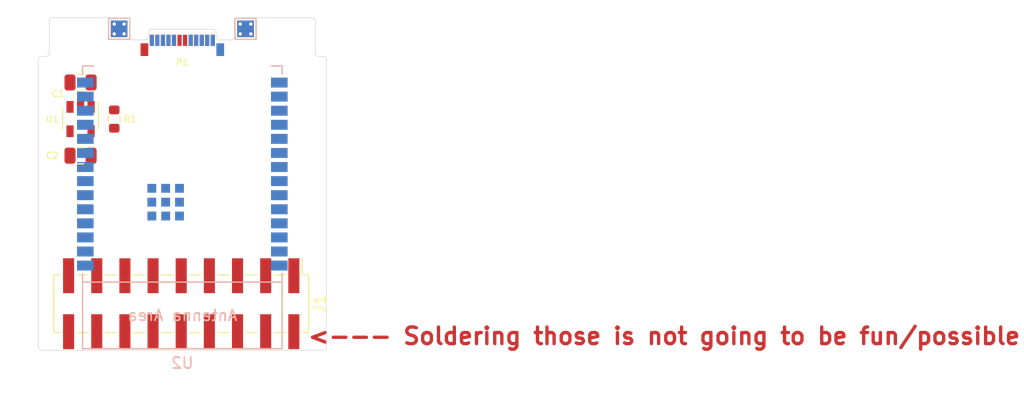
<source format=kicad_pcb>
(kicad_pcb (version 20240108) (generator "pcbnew") (generator_version "8.0")
  (title_block (title "Expansion Card Template") (rev "X1") (company "Framework") (comment 1 "This work is licensed under a Creative Commons Attribution 4.0 International License") (comment 4 "https://frame.work"))
  (layers (0 "F.Cu" signal) (31 "B.Cu" signal) (34 "B.Paste" user) (35 "F.Paste" user) (36 "B.SilkS" user "B.Silkscreen") (37 "F.SilkS" user "F.Silkscreen") (38 "B.Mask" user) (39 "F.Mask" user) (44 "Edge.Cuts" user))
  (net 0 "")
  (net 1 "GND")
  (net 2 "+3V3")
  (net 3 "VBUS")
  (net 4 "/USB_DP")
  (net 5 "Net-(P1-CC)")
  (net 7 "/USB_DN")
  (net 9 "Net-(U2-GND-Pad1)")
  (footprint "Package_TO_SOT_SMD:SOT-23-5" (layer "F.Cu") (at 130.818 136.144 -90)
    (property "Reference" "U1" (at 0 2.54 180) (layer "F.SilkS") (effects (font (size 0.5842 0.5842) (thickness 0.1016))))
    (property "Value" "AP2112K-3.3")
    (fp_line (start -0.9 1.61) (end 0.9 1.61) (stroke (width 0.12)) (layer "F.SilkS"))
    (fp_line (start 0.9 -1.61) (end -1.55 -1.61) (stroke (width 0.12)) (layer "F.SilkS"))
    (pad "1" smd rect (at -1.1 -0.95 270) (size 1.06 0.65) (layers "F.Cu" "F.Paste" "F.Mask") (net 3 "VBUS"))
    (pad "2" smd rect (at -1.1 0 270) (size 1.06 0.65) (layers "F.Cu" "F.Paste" "F.Mask") (net 1 "GND"))
    (pad "3" smd rect (at -1.1 0.95 270) (size 1.06 0.65) (layers "F.Cu" "F.Paste" "F.Mask") (net 3 "VBUS"))
    (pad "4" smd rect (at 1.1 0.95 270) (size 1.06 0.65) (layers "F.Cu" "F.Paste" "F.Mask"))
    (pad "5" smd rect (at 1.1 -0.95 270) (size 1.06 0.65) (layers "F.Cu" "F.Paste" "F.Mask") (net 2 "+3V3"))
  )
  (footprint "Capacitor_SMD:C_0805_2012Metric" (layer "F.Cu") (at 130.818 132.842 180)
    (property "Reference" "C1" (at 2.032 -1.016 0) (layer "F.SilkS") (effects (font (size 0.5842 0.5842) (thickness 0.1016))))
    (property "Value" "10uF")
    (fp_line (start -0.261252 0.735) (end 0.261252 0.735) (stroke (width 0.12)) (layer "F.SilkS"))
    (fp_line (start -0.261252 -0.735) (end 0.261252 -0.735) (stroke (width 0.12)) (layer "F.SilkS"))
    (pad "1" smd roundrect (at -0.95 0 180) (size 1 1.45) (layers "F.Cu" "F.Paste" "F.Mask") (net 3 "VBUS"))
    (pad "2" smd roundrect (at 0.95 0 180) (size 1 1.45) (layers "F.Cu" "F.Paste" "F.Mask") (net 1 "GND"))
  )
  (footprint "Resistor_SMD:R_0603_1608Metric" (layer "F.Cu") (at 133.858 136.144 -90)
    (property "Reference" "R1" (at 0 -1.43 180) (layer "F.SilkS") (effects (font (size 0.5842 0.5842) (thickness 0.1016))))
    (property "Value" "5.1k")
    (fp_line (start -0.237258 0.5225) (end 0.237258 0.5225) (stroke (width 0.12)) (layer "F.SilkS"))
    (fp_line (start -0.237258 -0.5225) (end 0.237258 -0.5225) (stroke (width 0.12)) (layer "F.SilkS"))
    (pad "1" smd roundrect (at -0.825 0 270) (size 0.8 0.95) (layers "F.Cu" "F.Paste" "F.Mask") (net 5 "Net-(P1-CC)"))
    (pad "2" smd roundrect (at 0.825 0 270) (size 0.8 0.95) (layers "F.Cu" "F.Paste" "F.Mask") (net 1 "GND"))
  )
  (footprint "Expansion_Card:USB_C_Plug_Molex_105444" (layer "F.Cu") (at 140 129)
    (property "Reference" "P1" (at 0 2.04 0) (layer "F.SilkS") (effects (font (size 0.5842 0.5842) (thickness 0.1016))))
    (property "Value" "USB_C_Plug_USB2.0")
    (fp_line (start -3.35 0) (end -4.3 0) (stroke (width 0.05)) (layer "Edge.Cuts"))
    (fp_line (start -3.05 -0.66) (end -3.05 -0.3) (stroke (width 0.05)) (layer "Edge.Cuts"))
    (fp_line (start -2.75 -0.96) (end 2.75 -0.96) (stroke (width 0.05)) (layer "Edge.Cuts"))
    (fp_line (start 3.05 -0.66) (end 3.05 -0.3) (stroke (width 0.05)) (layer "Edge.Cuts"))
    (fp_line (start 3.35 0) (end 4.3 0) (stroke (width 0.05)) (layer "Edge.Cuts"))
    (fp_arc (start -3.05 -0.66) (mid -2.962132 -0.872132) (end -2.75 -0.96) (stroke (width 0.05)) (layer "Edge.Cuts"))
    (fp_arc (start -3.05 -0.3) (mid -3.137868 -0.087868) (end -3.35 0) (stroke (width 0.05)) (layer "Edge.Cuts"))
    (fp_arc (start 2.75 -0.96) (mid 2.962132 -0.872132) (end 3.05 -0.66) (stroke (width 0.05)) (layer "Edge.Cuts"))
    (fp_arc (start 3.35 0) (mid 3.137868 -0.087868) (end 3.05 -0.3) (stroke (width 0.05)) (layer "Edge.Cuts"))
    (pad "A1" smd rect (at -2.75 0.04) (size 0.38 1) (layers "F.Cu" "F.Paste" "F.Mask") (net 1 "GND"))
    (pad "A2" smd rect (at -2.25 0.04) (size 0.38 1) (layers "F.Cu" "F.Paste" "F.Mask"))
    (pad "A3" smd rect (at -1.75 0.04) (size 0.38 1) (layers "F.Cu" "F.Paste" "F.Mask"))
    (pad "A4" smd rect (at -1.25 0.04) (size 0.38 1) (layers "F.Cu" "F.Paste" "F.Mask") (net 3 "VBUS"))
    (pad "A5" smd rect (at -0.75 0.04) (size 0.38 1) (layers "F.Cu" "F.Paste" "F.Mask") (net 5 "Net-(P1-CC)"))
    (pad "A6" smd rect (at -0.25 0.04) (size 0.38 1) (layers "F.Cu" "F.Paste" "F.Mask") (net 4 "/USB_DP"))
    (pad "A7" smd rect (at 0.25 0.04) (size 0.38 1) (layers "F.Cu" "F.Paste" "F.Mask") (net 7 "/USB_DN"))
    (pad "A8" smd rect (at 0.75 0.04) (size 0.38 1) (layers "F.Cu" "F.Paste" "F.Mask"))
    (pad "A9" smd rect (at 1.25 0.04) (size 0.38 1) (layers "F.Cu" "F.Paste" "F.Mask") (net 3 "VBUS"))
    (pad "A10" smd rect (at 1.75 0.04) (size 0.38 1) (layers "F.Cu" "F.Paste" "F.Mask"))
    (pad "A11" smd rect (at 2.25 0.04) (size 0.38 1) (layers "F.Cu" "F.Paste" "F.Mask"))
    (pad "A12" smd rect (at 2.75 0.04) (size 0.38 1) (layers "F.Cu" "F.Paste" "F.Mask") (net 1 "GND"))
    (pad "B1" smd rect (at 2.75 0.04) (size 0.38 1) (layers "B.Cu" "B.Paste" "B.Mask") (net 1 "GND"))
    (pad "B2" smd rect (at 2.25 0.04) (size 0.38 1) (layers "B.Cu" "B.Paste" "B.Mask"))
    (pad "B3" smd rect (at 1.75 0.04) (size 0.38 1) (layers "B.Cu" "B.Paste" "B.Mask"))
    (pad "B4" smd rect (at 1.25 0.04) (size 0.38 1) (layers "B.Cu" "B.Paste" "B.Mask") (net 3 "VBUS"))
    (pad "B5" smd rect (at 0.75 0.04) (size 0.38 1) (layers "B.Cu" "B.Paste" "B.Mask"))
    (pad "B8" smd rect (at -0.75 0.04) (size 0.38 1) (layers "B.Cu" "B.Paste" "B.Mask"))
    (pad "B9" smd rect (at -1.25 0.04) (size 0.38 1) (layers "B.Cu" "B.Paste" "B.Mask") (net 3 "VBUS"))
    (pad "B10" smd rect (at -1.75 0.04) (size 0.38 1) (layers "B.Cu" "B.Paste" "B.Mask"))
    (pad "B11" smd rect (at -2.25 0.04) (size 0.38 1) (layers "B.Cu" "B.Paste" "B.Mask"))
    (pad "B12" smd rect (at -2.75 0.04) (size 0.38 1) (layers "B.Cu" "B.Paste" "B.Mask") (net 1 "GND"))
    (pad "S1" smd rect (at -3.42 0.88) (size 0.7 1.15) (layers "F.Cu" "F.Paste" "F.Mask") (net 1 "GND"))
    (pad "S1" smd rect (at 3.42 0.88) (size 0.7 1.15) (layers "B.Cu" "B.Paste" "B.Mask") (net 1 "GND"))
  )
  (footprint "Capacitor_SMD:C_0805_2012Metric" (layer "F.Cu") (at 130.818 139.446 180)
    (property "Reference" "C2" (at 2.54 0 0) (layer "F.SilkS") (effects (font (size 0.5842 0.5842) (thickness 0.1016))))
    (property "Value" "10uF")
    (fp_line (start -0.261252 0.735) (end 0.261252 0.735) (stroke (width 0.12)) (layer "F.SilkS"))
    (fp_line (start -0.261252 -0.735) (end 0.261252 -0.735) (stroke (width 0.12)) (layer "F.SilkS"))
    (pad "1" smd roundrect (at -0.95 0 180) (size 1 1.45) (layers "F.Cu" "F.Paste" "F.Mask") (net 2 "+3V3"))
    (pad "2" smd roundrect (at 0.95 0 180) (size 1 1.45) (layers "F.Cu" "F.Paste" "F.Mask") (net 1 "GND"))
  )
  (footprint "MountingHole:MountingHole_2.2mm_M2" (layer "F.Cu") (at 128.7 146.5)
    (property "Reference" "H1" (hide yes))
    (property "Value" "MountingHole")
    (pad "" np_thru_hole circle (at 0 0) (size 2.2 2.2) (drill 2.2) (layers "*.Cu" "*.Mask"))
  )
  (footprint "MountingHole:MountingHole_2.2mm_M2" (layer "F.Cu") (at 151.3 146.5)
    (property "Reference" "H2" (hide yes))
    (property "Value" "MountingHole")
    (pad "" np_thru_hole circle (at 0 0) (size 2.2 2.2) (drill 2.2) (layers "*.Cu" "*.Mask"))
  )
  (footprint "TestPoint:TestPoint_Pad_1.5x1.5mm" (layer "F.Cu") (at 134.3 128)
    (property "Reference" "TP1" (hide yes))
    (property "Value" "TestPoint")
    (fp_line (start -0.95 -0.95) (end 0.95 -0.95) (stroke (width 0.12)) (layer "F.SilkS"))
    (fp_line (start -0.95 0.95) (end -0.95 -0.95) (stroke (width 0.12)) (layer "F.SilkS"))
    (fp_line (start 0.95 -0.95) (end 0.95 0.95) (stroke (width 0.12)) (layer "F.SilkS"))
    (fp_line (start 0.95 0.95) (end -0.95 0.95) (stroke (width 0.12)) (layer "F.SilkS"))
    (pad "1" smd rect (at 0 0) (size 1.5 1.5) (layers "F.Cu" "F.Mask") (net 1 "GND"))
  )
  (footprint "TestPoint:TestPoint_Pad_1.5x1.5mm" (layer "F.Cu") (at 145.7 128)
    (property "Reference" "TP3" (hide yes))
    (property "Value" "TestPoint")
    (fp_line (start -0.95 -0.95) (end 0.95 -0.95) (stroke (width 0.12)) (layer "F.SilkS"))
    (fp_line (start -0.95 0.95) (end -0.95 -0.95) (stroke (width 0.12)) (layer "F.SilkS"))
    (fp_line (start 0.95 -0.95) (end 0.95 0.95) (stroke (width 0.12)) (layer "F.SilkS"))
    (fp_line (start 0.95 0.95) (end -0.95 0.95) (stroke (width 0.12)) (layer "F.SilkS"))
    (pad "1" smd rect (at 0 0) (size 1.5 1.5) (layers "F.Cu" "F.Mask") (net 1 "GND"))
  )
  (footprint "Connector_PinHeader_2.54mm:PinHeader_2x09_P2.54mm_Vertical_SMD" (layer "F.Cu") (at 139.9 152.8 -90)
    (property "Reference" "J1" (at 0 -12.49 90) (layer "F.SilkS"))
    (property "Value" "TSM-108-02-L-DH-TR")
    (fp_line (start -2.6 11.49) (end 2.6 11.49) (stroke (width 0.12)) (layer "F.SilkS"))
    (fp_line (start -2.6 10.92) (end -2.6 11.49) (stroke (width 0.12)) (layer "F.SilkS"))
    (fp_line (start 2.6 10.92) (end 2.6 11.49) (stroke (width 0.12)) (layer "F.SilkS"))
    (fp_line (start -2.6 8.38) (end -2.6 9.4) (stroke (width 0.12)) (layer "F.SilkS"))
    (fp_line (start 2.6 8.38) (end 2.6 9.4) (stroke (width 0.12)) (layer "F.SilkS"))
    (fp_line (start -2.6 5.84) (end -2.6 6.86) (stroke (width 0.12)) (layer "F.SilkS"))
    (fp_line (start 2.6 5.84) (end 2.6 6.86) (stroke (width 0.12)) (layer "F.SilkS"))
    (fp_line (start -2.6 3.3) (end -2.6 4.32) (stroke (width 0.12)) (layer "F.SilkS"))
    (fp_line (start 2.6 3.3) (end 2.6 4.32) (stroke (width 0.12)) (layer "F.SilkS"))
    (fp_line (start -2.6 0.76) (end -2.6 1.78) (stroke (width 0.12)) (layer "F.SilkS"))
    (fp_line (start 2.6 0.76) (end 2.6 1.78) (stroke (width 0.12)) (layer "F.SilkS"))
    (fp_line (start -2.6 -1.78) (end -2.6 -0.76) (stroke (width 0.12)) (layer "F.SilkS"))
    (fp_line (start 2.6 -1.78) (end 2.6 -0.76) (stroke (width 0.12)) (layer "F.SilkS"))
    (fp_line (start -2.6 -4.32) (end -2.6 -3.3) (stroke (width 0.12)) (layer "F.SilkS"))
    (fp_line (start 2.6 -4.32) (end 2.6 -3.3) (stroke (width 0.12)) (layer "F.SilkS"))
    (fp_line (start -2.6 -6.86) (end -2.6 -5.84) (stroke (width 0.12)) (layer "F.SilkS"))
    (fp_line (start 2.6 -6.86) (end 2.6 -5.84) (stroke (width 0.12)) (layer "F.SilkS"))
    (fp_line (start -2.6 -9.4) (end -2.6 -8.38) (stroke (width 0.12)) (layer "F.SilkS"))
    (fp_line (start 2.6 -9.4) (end 2.6 -8.38) (stroke (width 0.12)) (layer "F.SilkS"))
    (fp_line (start -4.04 -10.92) (end -2.6 -10.92) (stroke (width 0.12)) (layer "F.SilkS"))
    (fp_line (start -2.6 -11.49) (end -2.6 -10.92) (stroke (width 0.12)) (layer "F.SilkS"))
    (fp_line (start -2.6 -11.49) (end 2.6 -11.49) (stroke (width 0.12)) (layer "F.SilkS"))
    (fp_line (start 2.6 -11.49) (end 2.6 -10.92) (stroke (width 0.12)) (layer "F.SilkS"))
    (pad "1" smd rect (at -2.525 -10.16 270) (size 3.15 1) (layers "F.Cu" "F.Paste" "F.Mask"))
    (pad "2" smd rect (at 2.525 -10.16 270) (size 3.15 1) (layers "F.Cu" "F.Paste" "F.Mask"))
    (pad "3" smd rect (at -2.525 -7.62 270) (size 3.15 1) (layers "F.Cu" "F.Paste" "F.Mask"))
    (pad "4" smd rect (at 2.525 -7.62 270) (size 3.15 1) (layers "F.Cu" "F.Paste" "F.Mask"))
    (pad "5" smd rect (at -2.525 -5.08 270) (size 3.15 1) (layers "F.Cu" "F.Paste" "F.Mask"))
    (pad "6" smd rect (at 2.525 -5.08 270) (size 3.15 1) (layers "F.Cu" "F.Paste" "F.Mask"))
    (pad "7" smd rect (at -2.525 -2.54 270) (size 3.15 1) (layers "F.Cu" "F.Paste" "F.Mask"))
    (pad "8" smd rect (at 2.525 -2.54 270) (size 3.15 1) (layers "F.Cu" "F.Paste" "F.Mask"))
    (pad "9" smd rect (at -2.525 0 270) (size 3.15 1) (layers "F.Cu" "F.Paste" "F.Mask"))
    (pad "10" smd rect (at 2.525 0 270) (size 3.15 1) (layers "F.Cu" "F.Paste" "F.Mask"))
    (pad "11" smd rect (at -2.525 2.54 270) (size 3.15 1) (layers "F.Cu" "F.Paste" "F.Mask"))
    (pad "12" smd rect (at 2.525 2.54 270) (size 3.15 1) (layers "F.Cu" "F.Paste" "F.Mask"))
    (pad "13" smd rect (at -2.525 5.08 270) (size 3.15 1) (layers "F.Cu" "F.Paste" "F.Mask"))
    (pad "14" smd rect (at 2.525 5.08 270) (size 3.15 1) (layers "F.Cu" "F.Paste" "F.Mask"))
    (pad "15" smd rect (at -2.525 7.62 270) (size 3.15 1) (layers "F.Cu" "F.Paste" "F.Mask"))
    (pad "16" smd rect (at 2.525 7.62 270) (size 3.15 1) (layers "F.Cu" "F.Paste" "F.Mask"))
    (pad "17" smd rect (at -2.525 10.16 270) (size 3.15 1) (layers "F.Cu" "F.Paste" "F.Mask"))
    (pad "18" smd rect (at 2.525 10.16 270) (size 3.15 1) (layers "F.Cu" "F.Paste" "F.Mask"))
  )
  (footprint "TestPoint:TestPoint_Pad_1.5x1.5mm" (layer "B.Cu") (at 134.3 128)
    (property "Reference" "TP2" (hide yes))
    (property "Value" "TestPoint")
    (fp_line (start -0.95 -0.95) (end -0.95 0.95) (stroke (width 0.12)) (layer "B.SilkS"))
    (fp_line (start -0.95 0.95) (end 0.95 0.95) (stroke (width 0.12)) (layer "B.SilkS"))
    (fp_line (start 0.95 -0.95) (end -0.95 -0.95) (stroke (width 0.12)) (layer "B.SilkS"))
    (fp_line (start 0.95 0.95) (end 0.95 -0.95) (stroke (width 0.12)) (layer "B.SilkS"))
    (pad "1" smd rect (at 0 0) (size 1.5 1.5) (layers "B.Cu" "B.Mask") (net 1 "GND"))
  )
  (footprint "TestPoint:TestPoint_Pad_1.5x1.5mm" (layer "B.Cu") (at 145.7 128)
    (property "Reference" "TP4" (hide yes))
    (property "Value" "TestPoint")
    (fp_line (start -0.95 -0.95) (end -0.95 0.95) (stroke (width 0.12)) (layer "B.SilkS"))
    (fp_line (start -0.95 0.95) (end 0.95 0.95) (stroke (width 0.12)) (layer "B.SilkS"))
    (fp_line (start 0.95 -0.95) (end -0.95 -0.95) (stroke (width 0.12)) (layer "B.SilkS"))
    (fp_line (start 0.95 0.95) (end 0.95 -0.95) (stroke (width 0.12)) (layer "B.SilkS"))
    (pad "1" smd rect (at 0 0) (size 1.5 1.5) (layers "B.Cu" "B.Mask") (net 1 "GND"))
  )
  (footprint "Library:ESP32-C6-WROOM-1" (layer "B.Cu") (at 140 141.1)
    (property "Reference" "U2" (at 0 17.05 0) (layer "B.SilkS") (effects (justify mirror)))
    (property "Value" "ESP32-C6-WROOM-1")
    (fp_line (start -9 -9.75) (end -9 -9) (stroke (width 0.12)) (layer "B.SilkS"))
    (fp_line (start -9 9) (end -9 15.75) (stroke (width 0.12)) (layer "B.SilkS"))
    (fp_line (start -9 9.75) (end 9 9.75) (stroke (width 0.12)) (layer "B.SilkS"))
    (fp_line (start -8 -9.75) (end -9 -9.75) (stroke (width 0.12)) (layer "B.SilkS"))
    (fp_line (start 8 -9.75) (end 9 -9.75) (stroke (width 0.12)) (layer "B.SilkS"))
    (fp_line (start 9 -9.75) (end 9 -9) (stroke (width 0.12)) (layer "B.SilkS"))
    (fp_line (start 9 9) (end 9 15.75) (stroke (width 0.12)) (layer "B.SilkS"))
    (fp_line (start 9 15.75) (end -9 15.75) (stroke (width 0.12)) (layer "B.SilkS"))
    (fp_text user "Antenna Area" (at 0 12.75 0) (layer "B.SilkS") (effects (justify mirror)))
    (pad "1" smd rect (at -8.75 8.26) (size 1.5 0.9) (layers "B.Cu" "B.Paste" "B.Mask") (net 9 "Net-(U2-GND-Pad1)"))
    (pad "2" smd rect (at -8.75 6.99) (size 1.5 0.9) (layers "B.Cu" "B.Paste" "B.Mask"))
    (pad "3" smd rect (at -8.75 5.72) (size 1.5 0.9) (layers "B.Cu" "B.Paste" "B.Mask"))
    (pad "4" smd rect (at -8.75 4.45) (size 1.5 0.9) (layers "B.Cu" "B.Paste" "B.Mask"))
    (pad "5" smd rect (at -8.75 3.18) (size 1.5 0.9) (layers "B.Cu" "B.Paste" "B.Mask"))
    (pad "6" smd rect (at -8.75 1.91) (size 1.5 0.9) (layers "B.Cu" "B.Paste" "B.Mask"))
    (pad "7" smd rect (at -8.75 0.64) (size 1.5 0.9) (layers "B.Cu" "B.Paste" "B.Mask"))
    (pad "8" smd rect (at -8.75 -0.63) (size 1.5 0.9) (layers "B.Cu" "B.Paste" "B.Mask"))
    (pad "9" smd rect (at -8.75 -1.9) (size 1.5 0.9) (layers "B.Cu" "B.Paste" "B.Mask"))
    (pad "10" smd rect (at -8.75 -3.17) (size 1.5 0.9) (layers "B.Cu" "B.Paste" "B.Mask"))
    (pad "11" smd rect (at -8.75 -4.44) (size 1.5 0.9) (layers "B.Cu" "B.Paste" "B.Mask"))
    (pad "12" smd rect (at -8.75 -5.71) (size 1.5 0.9) (layers "B.Cu" "B.Paste" "B.Mask"))
    (pad "13" smd rect (at -8.75 -6.98) (size 1.5 0.9) (layers "B.Cu" "B.Paste" "B.Mask"))
    (pad "14" smd rect (at -8.75 -8.25) (size 1.5 0.9) (layers "B.Cu" "B.Paste" "B.Mask"))
    (pad "15" smd rect (at 8.75 -8.25 180) (size 1.5 0.9) (layers "B.Cu" "B.Paste" "B.Mask"))
    (pad "16" smd rect (at 8.75 -6.98 180) (size 1.5 0.9) (layers "B.Cu" "B.Paste" "B.Mask"))
    (pad "17" smd rect (at 8.75 -5.71 180) (size 1.5 0.9) (layers "B.Cu" "B.Paste" "B.Mask"))
    (pad "18" smd rect (at 8.75 -4.44 180) (size 1.5 0.9) (layers "B.Cu" "B.Paste" "B.Mask"))
    (pad "19" smd rect (at 8.75 -3.17 180) (size 1.5 0.9) (layers "B.Cu" "B.Paste" "B.Mask"))
    (pad "20" smd rect (at 8.75 -1.9 180) (size 1.5 0.9) (layers "B.Cu" "B.Paste" "B.Mask"))
    (pad "21" smd rect (at 8.75 -0.63 180) (size 1.5 0.9) (layers "B.Cu" "B.Paste" "B.Mask"))
    (pad "22" smd rect (at 8.75 0.64 180) (size 1.5 0.9) (layers "B.Cu" "B.Paste" "B.Mask"))
    (pad "23" smd rect (at 8.75 1.91 180) (size 1.5 0.9) (layers "B.Cu" "B.Paste" "B.Mask"))
    (pad "24" smd rect (at 8.75 3.18 180) (size 1.5 0.9) (layers "B.Cu" "B.Paste" "B.Mask"))
    (pad "25" smd rect (at 8.75 4.45 180) (size 1.5 0.9) (layers "B.Cu" "B.Paste" "B.Mask"))
    (pad "26" smd rect (at 8.75 5.72 180) (size 1.5 0.9) (layers "B.Cu" "B.Paste" "B.Mask"))
    (pad "27" smd rect (at 8.75 6.99 180) (size 1.5 0.9) (layers "B.Cu" "B.Paste" "B.Mask"))
    (pad "28" smd rect (at 8.75 8.26 180) (size 1.5 0.9) (layers "B.Cu" "B.Paste" "B.Mask") (net 9 "Net-(U2-GND-Pad1)"))
    (pad "29" smd rect (at -2.755 1.29 180) (size 0.8 0.8) (layers "B.Cu" "B.Paste" "B.Mask") (net 9 "Net-(U2-GND-Pad1)"))
    (pad "29" smd rect (at -2.755 2.54 180) (size 0.8 0.8) (layers "B.Cu" "B.Paste" "B.Mask") (net 9 "Net-(U2-GND-Pad1)"))
    (pad "29" smd rect (at -2.755 3.79 180) (size 0.8 0.8) (layers "B.Cu" "B.Paste" "B.Mask") (net 9 "Net-(U2-GND-Pad1)"))
    (pad "29" smd rect (at -1.505 1.29 180) (size 0.8 0.8) (layers "B.Cu" "B.Paste" "B.Mask") (net 9 "Net-(U2-GND-Pad1)"))
    (pad "29" smd rect (at -1.505 2.54 180) (size 0.8 0.8) (layers "B.Cu" "B.Paste" "B.Mask") (net 9 "Net-(U2-GND-Pad1)"))
    (pad "29" smd rect (at -1.505 3.79 180) (size 0.8 0.8) (layers "B.Cu" "B.Paste" "B.Mask") (net 9 "Net-(U2-GND-Pad1)"))
    (pad "29" smd rect (at -0.255 1.29 180) (size 0.8 0.8) (layers "B.Cu" "B.Paste" "B.Mask") (net 9 "Net-(U2-GND-Pad1)"))
    (pad "29" smd rect (at -0.255 2.54 180) (size 0.8 0.8) (layers "B.Cu" "B.Paste" "B.Mask") (net 9 "Net-(U2-GND-Pad1)"))
    (pad "29" smd rect (at -0.255 3.79 180) (size 0.8 0.8) (layers "B.Cu" "B.Paste" "B.Mask") (net 9 "Net-(U2-GND-Pad1)"))
  )
  (gr_line (start 153 130.8) (end 153 156.7) (stroke (width 0.05)) (layer "Edge.Cuts"))
  (gr_line (start 127.3 157) (end 152.7 157) (stroke (width 0.05)) (layer "Edge.Cuts"))
  (gr_arc (start 144.7 128.7) (mid 144.612132 128.912132) (end 144.4 129) (stroke (width 0.05)) (layer "Edge.Cuts"))
  (gr_arc (start 135 127) (mid 135.212132 127.087868) (end 135.3 127.3) (stroke (width 0.05)) (layer "Edge.Cuts"))
  (gr_line (start 144.7 128.7) (end 144.7 127.3) (stroke (width 0.05)) (layer "Edge.Cuts"))
  (gr_arc (start 144.7 127.3) (mid 144.787868 127.087868) (end 145 127) (stroke (width 0.05)) (layer "Edge.Cuts"))
  (gr_line (start 135 127) (end 128.3 127) (stroke (width 0.05)) (layer "Edge.Cuts"))
  (gr_line (start 145 127) (end 151.7 127) (stroke (width 0.05)) (layer "Edge.Cuts"))
  (gr_arc (start 127.3 157) (mid 127.087868 156.912132) (end 127 156.7) (stroke (width 0.05)) (layer "Edge.Cuts"))
  (gr_line (start 144.3 129) (end 144.4 129) (stroke (width 0.05)) (layer "Edge.Cuts"))
  (gr_arc (start 128 127.3) (mid 128.087868 127.087868) (end 128.3 127) (stroke (width 0.05)) (layer "Edge.Cuts"))
  (gr_line (start 128 130.2) (end 128 127.3) (stroke (width 0.05)) (layer "Edge.Cuts"))
  (gr_arc (start 128 130.2) (mid 127.912132 130.412132) (end 127.7 130.5) (stroke (width 0.05)) (layer "Edge.Cuts"))
  (gr_arc (start 127 130.8) (mid 127.087868 130.587868) (end 127.3 130.5) (stroke (width 0.05)) (layer "Edge.Cuts"))
  (gr_line (start 127.3 130.5) (end 127.7 130.5) (stroke (width 0.05)) (layer "Edge.Cuts"))
  (gr_line (start 152 130.2) (end 152 127.3) (stroke (width 0.05)) (layer "Edge.Cuts"))
  (gr_arc (start 152.7 130.5) (mid 152.912132 130.587868) (end 153 130.8) (stroke (width 0.05)) (layer "Edge.Cuts"))
  (gr_arc (start 152.3 130.5) (mid 152.087868 130.412132) (end 152 130.2) (stroke (width 0.05)) (layer "Edge.Cuts"))
  (gr_line (start 152.3 130.5) (end 152.7 130.5) (stroke (width 0.05)) (layer "Edge.Cuts"))
  (gr_arc (start 153 156.7) (mid 152.912132 156.912132) (end 152.7 157) (stroke (width 0.05)) (layer "Edge.Cuts"))
  (gr_line (start 127 130.8) (end 127 156.7) (stroke (width 0.05)) (layer "Edge.Cuts"))
  (gr_line (start 135.3 128.7) (end 135.3 127.3) (stroke (width 0.05)) (layer "Edge.Cuts"))
  (gr_arc (start 135.6 129) (mid 135.387868 128.912132) (end 135.3 128.7) (stroke (width 0.05)) (layer "Edge.Cuts"))
  (gr_line (start 135.6 129) (end 135.7 129) (stroke (width 0.05)) (layer "Edge.Cuts"))
  (gr_arc (start 151.7 127) (mid 151.912132 127.087868) (end 152 127.3) (stroke (width 0.05)) (layer "Edge.Cuts"))
  (gr_text "<--- Soldering those is not going to be fun/possible" (at 151.2 156.6 0) (layer "F.Cu") (effects (font (size 1.5 1.5) (thickness 0.3) (bold yes)) (justify left bottom)))
  (via (at 133.858 127.5715) (size 0.5) (drill 0.3) (layers "F.Cu" "B.Cu") (net 1))
  (via (at 133.858 128.4605) (size 0.5) (drill 0.3) (layers "F.Cu" "B.Cu") (net 1))
  (via (at 146.177 127.5715) (size 0.5) (drill 0.3) (layers "F.Cu" "B.Cu") (net 1))
  (via (at 146.177 128.4605) (size 0.5) (drill 0.3) (layers "F.Cu" "B.Cu") (net 1))
  (via (at 145.2245 128.4605) (size 0.5) (drill 0.3) (layers "F.Cu" "B.Cu") (net 1))
  (via (at 145.2245 127.5715) (size 0.5) (drill 0.3) (layers "F.Cu" "B.Cu") (net 1))
  (via (at 134.747 127.5715) (size 0.5) (drill 0.3) (layers "F.Cu" "B.Cu") (net 1))
  (via (at 134.747 128.4605) (size 0.5) (drill 0.3) (layers "F.Cu" "B.Cu") (net 1))
)
</source>
